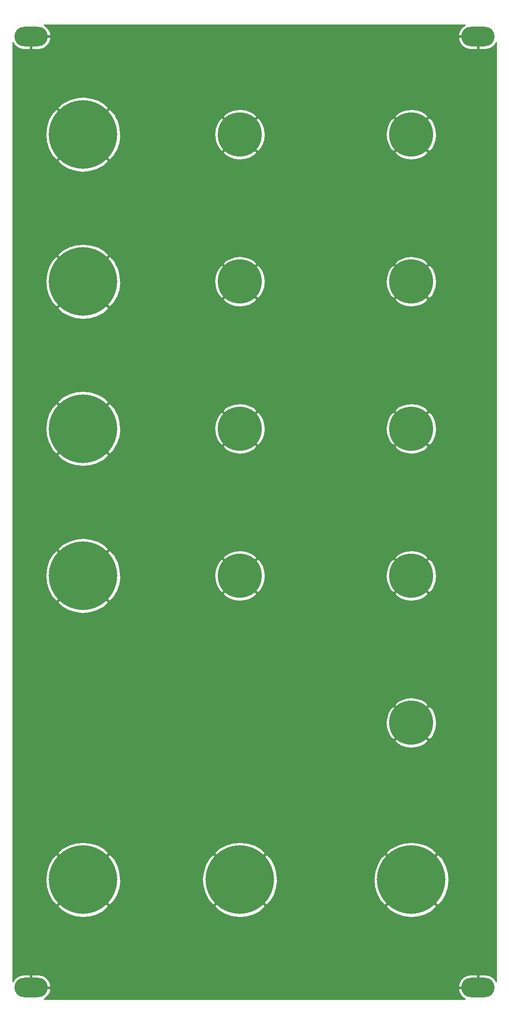
<source format=gbr>
%TF.GenerationSoftware,KiCad,Pcbnew,5.1.6-c6e7f7d~87~ubuntu20.04.1*%
%TF.CreationDate,2020-10-18T18:02:39-04:00*%
%TF.ProjectId,stereo_outs_panel,73746572-656f-45f6-9f75-74735f70616e,rev?*%
%TF.SameCoordinates,Original*%
%TF.FileFunction,Copper,L1,Top*%
%TF.FilePolarity,Positive*%
%FSLAX46Y46*%
G04 Gerber Fmt 4.6, Leading zero omitted, Abs format (unit mm)*
G04 Created by KiCad (PCBNEW 5.1.6-c6e7f7d~87~ubuntu20.04.1) date 2020-10-18 18:02:39*
%MOMM*%
%LPD*%
G01*
G04 APERTURE LIST*
%TA.AperFunction,ComponentPad*%
%ADD10O,6.800000X4.000000*%
%TD*%
%TA.AperFunction,ComponentPad*%
%ADD11C,9.000000*%
%TD*%
%TA.AperFunction,ComponentPad*%
%ADD12C,14.000000*%
%TD*%
%TA.AperFunction,Conductor*%
%ADD13C,0.254000*%
%TD*%
G04 APERTURE END LIST*
D10*
%TO.P,H20,1*%
%TO.N,GND*%
X145600000Y-23000000D03*
%TD*%
%TO.P,H19,1*%
%TO.N,GND*%
X145600000Y-217000000D03*
%TD*%
%TO.P,H18,1*%
%TO.N,GND*%
X54400000Y-23000000D03*
%TD*%
%TO.P,H17,1*%
%TO.N,GND*%
X54400000Y-217000000D03*
%TD*%
D11*
%TO.P,H16,1*%
%TO.N,GND*%
X132000000Y-163000000D03*
%TD*%
%TO.P,H15,1*%
%TO.N,GND*%
X132000000Y-133000000D03*
%TD*%
%TO.P,H14,1*%
%TO.N,GND*%
X97000000Y-43000000D03*
%TD*%
%TO.P,H13,1*%
%TO.N,GND*%
X132000000Y-43000000D03*
%TD*%
%TO.P,H12,1*%
%TO.N,GND*%
X97000000Y-73000000D03*
%TD*%
%TO.P,H11,1*%
%TO.N,GND*%
X97000000Y-103000000D03*
%TD*%
%TO.P,H10,1*%
%TO.N,GND*%
X132000000Y-73000000D03*
%TD*%
%TO.P,H9,1*%
%TO.N,GND*%
X132000000Y-103000000D03*
%TD*%
%TO.P,H8,1*%
%TO.N,GND*%
X97000000Y-133000000D03*
%TD*%
D12*
%TO.P,H7,1*%
%TO.N,GND*%
X132000000Y-195000000D03*
%TD*%
%TO.P,H6,1*%
%TO.N,GND*%
X97000000Y-195000000D03*
%TD*%
%TO.P,H5,1*%
%TO.N,GND*%
X65000000Y-195000000D03*
%TD*%
%TO.P,H4,1*%
%TO.N,GND*%
X65000000Y-133000000D03*
%TD*%
%TO.P,H3,1*%
%TO.N,GND*%
X65000000Y-103000000D03*
%TD*%
%TO.P,H2,1*%
%TO.N,GND*%
X65000000Y-73000000D03*
%TD*%
%TO.P,H1,1*%
%TO.N,GND*%
X65000000Y-43000000D03*
%TD*%
D13*
%TO.N,GND*%
G36*
X142630475Y-20879635D02*
G01*
X142246970Y-21226576D01*
X141938519Y-21641669D01*
X141716975Y-22108962D01*
X141620333Y-22462838D01*
X141727009Y-22873000D01*
X145473000Y-22873000D01*
X145473000Y-22853000D01*
X145727000Y-22853000D01*
X145727000Y-22873000D01*
X145747000Y-22873000D01*
X145747000Y-23127000D01*
X145727000Y-23127000D01*
X145727000Y-25635000D01*
X147127000Y-25635000D01*
X147638623Y-25559593D01*
X148125704Y-25385822D01*
X148569525Y-25120365D01*
X148953030Y-24773424D01*
X149261481Y-24358331D01*
X149340000Y-24192714D01*
X149340001Y-215807288D01*
X149261481Y-215641669D01*
X148953030Y-215226576D01*
X148569525Y-214879635D01*
X148125704Y-214614178D01*
X147638623Y-214440407D01*
X147127000Y-214365000D01*
X145727000Y-214365000D01*
X145727000Y-216873000D01*
X145747000Y-216873000D01*
X145747000Y-217127000D01*
X145727000Y-217127000D01*
X145727000Y-217147000D01*
X145473000Y-217147000D01*
X145473000Y-217127000D01*
X141727009Y-217127000D01*
X141620333Y-217537162D01*
X141716975Y-217891038D01*
X141938519Y-218358331D01*
X142246970Y-218773424D01*
X142630475Y-219120365D01*
X142997686Y-219340000D01*
X57002314Y-219340000D01*
X57369525Y-219120365D01*
X57753030Y-218773424D01*
X58061481Y-218358331D01*
X58283025Y-217891038D01*
X58379667Y-217537162D01*
X58272991Y-217127000D01*
X54527000Y-217127000D01*
X54527000Y-217147000D01*
X54273000Y-217147000D01*
X54273000Y-217127000D01*
X54253000Y-217127000D01*
X54253000Y-216873000D01*
X54273000Y-216873000D01*
X54273000Y-214365000D01*
X54527000Y-214365000D01*
X54527000Y-216873000D01*
X58272991Y-216873000D01*
X58379667Y-216462838D01*
X141620333Y-216462838D01*
X141727009Y-216873000D01*
X145473000Y-216873000D01*
X145473000Y-214365000D01*
X144073000Y-214365000D01*
X143561377Y-214440407D01*
X143074296Y-214614178D01*
X142630475Y-214879635D01*
X142246970Y-215226576D01*
X141938519Y-215641669D01*
X141716975Y-216108962D01*
X141620333Y-216462838D01*
X58379667Y-216462838D01*
X58283025Y-216108962D01*
X58061481Y-215641669D01*
X57753030Y-215226576D01*
X57369525Y-214879635D01*
X56925704Y-214614178D01*
X56438623Y-214440407D01*
X55927000Y-214365000D01*
X54527000Y-214365000D01*
X54273000Y-214365000D01*
X52873000Y-214365000D01*
X52361377Y-214440407D01*
X51874296Y-214614178D01*
X51430475Y-214879635D01*
X51046970Y-215226576D01*
X50738519Y-215641669D01*
X50660000Y-215807286D01*
X50660000Y-200401674D01*
X59777932Y-200401674D01*
X60593908Y-201280530D01*
X61903840Y-202019437D01*
X63332756Y-202488591D01*
X64825743Y-202669963D01*
X66325428Y-202556583D01*
X67774176Y-202152807D01*
X69116314Y-201474153D01*
X69406092Y-201280530D01*
X70222068Y-200401674D01*
X91777932Y-200401674D01*
X92593908Y-201280530D01*
X93903840Y-202019437D01*
X95332756Y-202488591D01*
X96825743Y-202669963D01*
X98325428Y-202556583D01*
X99774176Y-202152807D01*
X101116314Y-201474153D01*
X101406092Y-201280530D01*
X102222068Y-200401674D01*
X126777932Y-200401674D01*
X127593908Y-201280530D01*
X128903840Y-202019437D01*
X130332756Y-202488591D01*
X131825743Y-202669963D01*
X133325428Y-202556583D01*
X134774176Y-202152807D01*
X136116314Y-201474153D01*
X136406092Y-201280530D01*
X137222068Y-200401674D01*
X132000000Y-195179605D01*
X126777932Y-200401674D01*
X102222068Y-200401674D01*
X97000000Y-195179605D01*
X91777932Y-200401674D01*
X70222068Y-200401674D01*
X65000000Y-195179605D01*
X59777932Y-200401674D01*
X50660000Y-200401674D01*
X50660000Y-194825743D01*
X57330037Y-194825743D01*
X57443417Y-196325428D01*
X57847193Y-197774176D01*
X58525847Y-199116314D01*
X58719470Y-199406092D01*
X59598326Y-200222068D01*
X64820395Y-195000000D01*
X65179605Y-195000000D01*
X70401674Y-200222068D01*
X71280530Y-199406092D01*
X72019437Y-198096160D01*
X72488591Y-196667244D01*
X72669963Y-195174257D01*
X72643615Y-194825743D01*
X89330037Y-194825743D01*
X89443417Y-196325428D01*
X89847193Y-197774176D01*
X90525847Y-199116314D01*
X90719470Y-199406092D01*
X91598326Y-200222068D01*
X96820395Y-195000000D01*
X97179605Y-195000000D01*
X102401674Y-200222068D01*
X103280530Y-199406092D01*
X104019437Y-198096160D01*
X104488591Y-196667244D01*
X104669963Y-195174257D01*
X104643615Y-194825743D01*
X124330037Y-194825743D01*
X124443417Y-196325428D01*
X124847193Y-197774176D01*
X125525847Y-199116314D01*
X125719470Y-199406092D01*
X126598326Y-200222068D01*
X131820395Y-195000000D01*
X132179605Y-195000000D01*
X137401674Y-200222068D01*
X138280530Y-199406092D01*
X139019437Y-198096160D01*
X139488591Y-196667244D01*
X139669963Y-195174257D01*
X139556583Y-193674572D01*
X139152807Y-192225824D01*
X138474153Y-190883686D01*
X138280530Y-190593908D01*
X137401674Y-189777932D01*
X132179605Y-195000000D01*
X131820395Y-195000000D01*
X126598326Y-189777932D01*
X125719470Y-190593908D01*
X124980563Y-191903840D01*
X124511409Y-193332756D01*
X124330037Y-194825743D01*
X104643615Y-194825743D01*
X104556583Y-193674572D01*
X104152807Y-192225824D01*
X103474153Y-190883686D01*
X103280530Y-190593908D01*
X102401674Y-189777932D01*
X97179605Y-195000000D01*
X96820395Y-195000000D01*
X91598326Y-189777932D01*
X90719470Y-190593908D01*
X89980563Y-191903840D01*
X89511409Y-193332756D01*
X89330037Y-194825743D01*
X72643615Y-194825743D01*
X72556583Y-193674572D01*
X72152807Y-192225824D01*
X71474153Y-190883686D01*
X71280530Y-190593908D01*
X70401674Y-189777932D01*
X65179605Y-195000000D01*
X64820395Y-195000000D01*
X59598326Y-189777932D01*
X58719470Y-190593908D01*
X57980563Y-191903840D01*
X57511409Y-193332756D01*
X57330037Y-194825743D01*
X50660000Y-194825743D01*
X50660000Y-189598326D01*
X59777932Y-189598326D01*
X65000000Y-194820395D01*
X70222068Y-189598326D01*
X91777932Y-189598326D01*
X97000000Y-194820395D01*
X102222068Y-189598326D01*
X126777932Y-189598326D01*
X132000000Y-194820395D01*
X137222068Y-189598326D01*
X136406092Y-188719470D01*
X135096160Y-187980563D01*
X133667244Y-187511409D01*
X132174257Y-187330037D01*
X130674572Y-187443417D01*
X129225824Y-187847193D01*
X127883686Y-188525847D01*
X127593908Y-188719470D01*
X126777932Y-189598326D01*
X102222068Y-189598326D01*
X101406092Y-188719470D01*
X100096160Y-187980563D01*
X98667244Y-187511409D01*
X97174257Y-187330037D01*
X95674572Y-187443417D01*
X94225824Y-187847193D01*
X92883686Y-188525847D01*
X92593908Y-188719470D01*
X91777932Y-189598326D01*
X70222068Y-189598326D01*
X69406092Y-188719470D01*
X68096160Y-187980563D01*
X66667244Y-187511409D01*
X65174257Y-187330037D01*
X63674572Y-187443417D01*
X62225824Y-187847193D01*
X60883686Y-188525847D01*
X60593908Y-188719470D01*
X59777932Y-189598326D01*
X50660000Y-189598326D01*
X50660000Y-166624971D01*
X128554634Y-166624971D01*
X129070783Y-167247788D01*
X129955768Y-167737630D01*
X130919314Y-168045407D01*
X131924389Y-168159293D01*
X132932370Y-168074910D01*
X133904520Y-167795501D01*
X134803481Y-167331803D01*
X134929217Y-167247788D01*
X135445366Y-166624971D01*
X132000000Y-163179605D01*
X128554634Y-166624971D01*
X50660000Y-166624971D01*
X50660000Y-162924389D01*
X126840707Y-162924389D01*
X126925090Y-163932370D01*
X127204499Y-164904520D01*
X127668197Y-165803481D01*
X127752212Y-165929217D01*
X128375029Y-166445366D01*
X131820395Y-163000000D01*
X132179605Y-163000000D01*
X135624971Y-166445366D01*
X136247788Y-165929217D01*
X136737630Y-165044232D01*
X137045407Y-164080686D01*
X137159293Y-163075611D01*
X137074910Y-162067630D01*
X136795501Y-161095480D01*
X136331803Y-160196519D01*
X136247788Y-160070783D01*
X135624971Y-159554634D01*
X132179605Y-163000000D01*
X131820395Y-163000000D01*
X128375029Y-159554634D01*
X127752212Y-160070783D01*
X127262370Y-160955768D01*
X126954593Y-161919314D01*
X126840707Y-162924389D01*
X50660000Y-162924389D01*
X50660000Y-159375029D01*
X128554634Y-159375029D01*
X132000000Y-162820395D01*
X135445366Y-159375029D01*
X134929217Y-158752212D01*
X134044232Y-158262370D01*
X133080686Y-157954593D01*
X132075611Y-157840707D01*
X131067630Y-157925090D01*
X130095480Y-158204499D01*
X129196519Y-158668197D01*
X129070783Y-158752212D01*
X128554634Y-159375029D01*
X50660000Y-159375029D01*
X50660000Y-138401674D01*
X59777932Y-138401674D01*
X60593908Y-139280530D01*
X61903840Y-140019437D01*
X63332756Y-140488591D01*
X64825743Y-140669963D01*
X66325428Y-140556583D01*
X67774176Y-140152807D01*
X69116314Y-139474153D01*
X69406092Y-139280530D01*
X70222068Y-138401674D01*
X65000000Y-133179605D01*
X59777932Y-138401674D01*
X50660000Y-138401674D01*
X50660000Y-132825743D01*
X57330037Y-132825743D01*
X57443417Y-134325428D01*
X57847193Y-135774176D01*
X58525847Y-137116314D01*
X58719470Y-137406092D01*
X59598326Y-138222068D01*
X64820395Y-133000000D01*
X65179605Y-133000000D01*
X70401674Y-138222068D01*
X71280530Y-137406092D01*
X71721145Y-136624971D01*
X93554634Y-136624971D01*
X94070783Y-137247788D01*
X94955768Y-137737630D01*
X95919314Y-138045407D01*
X96924389Y-138159293D01*
X97932370Y-138074910D01*
X98904520Y-137795501D01*
X99803481Y-137331803D01*
X99929217Y-137247788D01*
X100445366Y-136624971D01*
X128554634Y-136624971D01*
X129070783Y-137247788D01*
X129955768Y-137737630D01*
X130919314Y-138045407D01*
X131924389Y-138159293D01*
X132932370Y-138074910D01*
X133904520Y-137795501D01*
X134803481Y-137331803D01*
X134929217Y-137247788D01*
X135445366Y-136624971D01*
X132000000Y-133179605D01*
X128554634Y-136624971D01*
X100445366Y-136624971D01*
X97000000Y-133179605D01*
X93554634Y-136624971D01*
X71721145Y-136624971D01*
X72019437Y-136096160D01*
X72488591Y-134667244D01*
X72669963Y-133174257D01*
X72651073Y-132924389D01*
X91840707Y-132924389D01*
X91925090Y-133932370D01*
X92204499Y-134904520D01*
X92668197Y-135803481D01*
X92752212Y-135929217D01*
X93375029Y-136445366D01*
X96820395Y-133000000D01*
X97179605Y-133000000D01*
X100624971Y-136445366D01*
X101247788Y-135929217D01*
X101737630Y-135044232D01*
X102045407Y-134080686D01*
X102159293Y-133075611D01*
X102146634Y-132924389D01*
X126840707Y-132924389D01*
X126925090Y-133932370D01*
X127204499Y-134904520D01*
X127668197Y-135803481D01*
X127752212Y-135929217D01*
X128375029Y-136445366D01*
X131820395Y-133000000D01*
X132179605Y-133000000D01*
X135624971Y-136445366D01*
X136247788Y-135929217D01*
X136737630Y-135044232D01*
X137045407Y-134080686D01*
X137159293Y-133075611D01*
X137074910Y-132067630D01*
X136795501Y-131095480D01*
X136331803Y-130196519D01*
X136247788Y-130070783D01*
X135624971Y-129554634D01*
X132179605Y-133000000D01*
X131820395Y-133000000D01*
X128375029Y-129554634D01*
X127752212Y-130070783D01*
X127262370Y-130955768D01*
X126954593Y-131919314D01*
X126840707Y-132924389D01*
X102146634Y-132924389D01*
X102074910Y-132067630D01*
X101795501Y-131095480D01*
X101331803Y-130196519D01*
X101247788Y-130070783D01*
X100624971Y-129554634D01*
X97179605Y-133000000D01*
X96820395Y-133000000D01*
X93375029Y-129554634D01*
X92752212Y-130070783D01*
X92262370Y-130955768D01*
X91954593Y-131919314D01*
X91840707Y-132924389D01*
X72651073Y-132924389D01*
X72556583Y-131674572D01*
X72152807Y-130225824D01*
X71722602Y-129375029D01*
X93554634Y-129375029D01*
X97000000Y-132820395D01*
X100445366Y-129375029D01*
X128554634Y-129375029D01*
X132000000Y-132820395D01*
X135445366Y-129375029D01*
X134929217Y-128752212D01*
X134044232Y-128262370D01*
X133080686Y-127954593D01*
X132075611Y-127840707D01*
X131067630Y-127925090D01*
X130095480Y-128204499D01*
X129196519Y-128668197D01*
X129070783Y-128752212D01*
X128554634Y-129375029D01*
X100445366Y-129375029D01*
X99929217Y-128752212D01*
X99044232Y-128262370D01*
X98080686Y-127954593D01*
X97075611Y-127840707D01*
X96067630Y-127925090D01*
X95095480Y-128204499D01*
X94196519Y-128668197D01*
X94070783Y-128752212D01*
X93554634Y-129375029D01*
X71722602Y-129375029D01*
X71474153Y-128883686D01*
X71280530Y-128593908D01*
X70401674Y-127777932D01*
X65179605Y-133000000D01*
X64820395Y-133000000D01*
X59598326Y-127777932D01*
X58719470Y-128593908D01*
X57980563Y-129903840D01*
X57511409Y-131332756D01*
X57330037Y-132825743D01*
X50660000Y-132825743D01*
X50660000Y-127598326D01*
X59777932Y-127598326D01*
X65000000Y-132820395D01*
X70222068Y-127598326D01*
X69406092Y-126719470D01*
X68096160Y-125980563D01*
X66667244Y-125511409D01*
X65174257Y-125330037D01*
X63674572Y-125443417D01*
X62225824Y-125847193D01*
X60883686Y-126525847D01*
X60593908Y-126719470D01*
X59777932Y-127598326D01*
X50660000Y-127598326D01*
X50660000Y-108401674D01*
X59777932Y-108401674D01*
X60593908Y-109280530D01*
X61903840Y-110019437D01*
X63332756Y-110488591D01*
X64825743Y-110669963D01*
X66325428Y-110556583D01*
X67774176Y-110152807D01*
X69116314Y-109474153D01*
X69406092Y-109280530D01*
X70222068Y-108401674D01*
X65000000Y-103179605D01*
X59777932Y-108401674D01*
X50660000Y-108401674D01*
X50660000Y-102825743D01*
X57330037Y-102825743D01*
X57443417Y-104325428D01*
X57847193Y-105774176D01*
X58525847Y-107116314D01*
X58719470Y-107406092D01*
X59598326Y-108222068D01*
X64820395Y-103000000D01*
X65179605Y-103000000D01*
X70401674Y-108222068D01*
X71280530Y-107406092D01*
X71721145Y-106624971D01*
X93554634Y-106624971D01*
X94070783Y-107247788D01*
X94955768Y-107737630D01*
X95919314Y-108045407D01*
X96924389Y-108159293D01*
X97932370Y-108074910D01*
X98904520Y-107795501D01*
X99803481Y-107331803D01*
X99929217Y-107247788D01*
X100445366Y-106624971D01*
X128554634Y-106624971D01*
X129070783Y-107247788D01*
X129955768Y-107737630D01*
X130919314Y-108045407D01*
X131924389Y-108159293D01*
X132932370Y-108074910D01*
X133904520Y-107795501D01*
X134803481Y-107331803D01*
X134929217Y-107247788D01*
X135445366Y-106624971D01*
X132000000Y-103179605D01*
X128554634Y-106624971D01*
X100445366Y-106624971D01*
X97000000Y-103179605D01*
X93554634Y-106624971D01*
X71721145Y-106624971D01*
X72019437Y-106096160D01*
X72488591Y-104667244D01*
X72669963Y-103174257D01*
X72651073Y-102924389D01*
X91840707Y-102924389D01*
X91925090Y-103932370D01*
X92204499Y-104904520D01*
X92668197Y-105803481D01*
X92752212Y-105929217D01*
X93375029Y-106445366D01*
X96820395Y-103000000D01*
X97179605Y-103000000D01*
X100624971Y-106445366D01*
X101247788Y-105929217D01*
X101737630Y-105044232D01*
X102045407Y-104080686D01*
X102159293Y-103075611D01*
X102146634Y-102924389D01*
X126840707Y-102924389D01*
X126925090Y-103932370D01*
X127204499Y-104904520D01*
X127668197Y-105803481D01*
X127752212Y-105929217D01*
X128375029Y-106445366D01*
X131820395Y-103000000D01*
X132179605Y-103000000D01*
X135624971Y-106445366D01*
X136247788Y-105929217D01*
X136737630Y-105044232D01*
X137045407Y-104080686D01*
X137159293Y-103075611D01*
X137074910Y-102067630D01*
X136795501Y-101095480D01*
X136331803Y-100196519D01*
X136247788Y-100070783D01*
X135624971Y-99554634D01*
X132179605Y-103000000D01*
X131820395Y-103000000D01*
X128375029Y-99554634D01*
X127752212Y-100070783D01*
X127262370Y-100955768D01*
X126954593Y-101919314D01*
X126840707Y-102924389D01*
X102146634Y-102924389D01*
X102074910Y-102067630D01*
X101795501Y-101095480D01*
X101331803Y-100196519D01*
X101247788Y-100070783D01*
X100624971Y-99554634D01*
X97179605Y-103000000D01*
X96820395Y-103000000D01*
X93375029Y-99554634D01*
X92752212Y-100070783D01*
X92262370Y-100955768D01*
X91954593Y-101919314D01*
X91840707Y-102924389D01*
X72651073Y-102924389D01*
X72556583Y-101674572D01*
X72152807Y-100225824D01*
X71722602Y-99375029D01*
X93554634Y-99375029D01*
X97000000Y-102820395D01*
X100445366Y-99375029D01*
X128554634Y-99375029D01*
X132000000Y-102820395D01*
X135445366Y-99375029D01*
X134929217Y-98752212D01*
X134044232Y-98262370D01*
X133080686Y-97954593D01*
X132075611Y-97840707D01*
X131067630Y-97925090D01*
X130095480Y-98204499D01*
X129196519Y-98668197D01*
X129070783Y-98752212D01*
X128554634Y-99375029D01*
X100445366Y-99375029D01*
X99929217Y-98752212D01*
X99044232Y-98262370D01*
X98080686Y-97954593D01*
X97075611Y-97840707D01*
X96067630Y-97925090D01*
X95095480Y-98204499D01*
X94196519Y-98668197D01*
X94070783Y-98752212D01*
X93554634Y-99375029D01*
X71722602Y-99375029D01*
X71474153Y-98883686D01*
X71280530Y-98593908D01*
X70401674Y-97777932D01*
X65179605Y-103000000D01*
X64820395Y-103000000D01*
X59598326Y-97777932D01*
X58719470Y-98593908D01*
X57980563Y-99903840D01*
X57511409Y-101332756D01*
X57330037Y-102825743D01*
X50660000Y-102825743D01*
X50660000Y-97598326D01*
X59777932Y-97598326D01*
X65000000Y-102820395D01*
X70222068Y-97598326D01*
X69406092Y-96719470D01*
X68096160Y-95980563D01*
X66667244Y-95511409D01*
X65174257Y-95330037D01*
X63674572Y-95443417D01*
X62225824Y-95847193D01*
X60883686Y-96525847D01*
X60593908Y-96719470D01*
X59777932Y-97598326D01*
X50660000Y-97598326D01*
X50660000Y-78401674D01*
X59777932Y-78401674D01*
X60593908Y-79280530D01*
X61903840Y-80019437D01*
X63332756Y-80488591D01*
X64825743Y-80669963D01*
X66325428Y-80556583D01*
X67774176Y-80152807D01*
X69116314Y-79474153D01*
X69406092Y-79280530D01*
X70222068Y-78401674D01*
X65000000Y-73179605D01*
X59777932Y-78401674D01*
X50660000Y-78401674D01*
X50660000Y-72825743D01*
X57330037Y-72825743D01*
X57443417Y-74325428D01*
X57847193Y-75774176D01*
X58525847Y-77116314D01*
X58719470Y-77406092D01*
X59598326Y-78222068D01*
X64820395Y-73000000D01*
X65179605Y-73000000D01*
X70401674Y-78222068D01*
X71280530Y-77406092D01*
X71721145Y-76624971D01*
X93554634Y-76624971D01*
X94070783Y-77247788D01*
X94955768Y-77737630D01*
X95919314Y-78045407D01*
X96924389Y-78159293D01*
X97932370Y-78074910D01*
X98904520Y-77795501D01*
X99803481Y-77331803D01*
X99929217Y-77247788D01*
X100445366Y-76624971D01*
X128554634Y-76624971D01*
X129070783Y-77247788D01*
X129955768Y-77737630D01*
X130919314Y-78045407D01*
X131924389Y-78159293D01*
X132932370Y-78074910D01*
X133904520Y-77795501D01*
X134803481Y-77331803D01*
X134929217Y-77247788D01*
X135445366Y-76624971D01*
X132000000Y-73179605D01*
X128554634Y-76624971D01*
X100445366Y-76624971D01*
X97000000Y-73179605D01*
X93554634Y-76624971D01*
X71721145Y-76624971D01*
X72019437Y-76096160D01*
X72488591Y-74667244D01*
X72669963Y-73174257D01*
X72651073Y-72924389D01*
X91840707Y-72924389D01*
X91925090Y-73932370D01*
X92204499Y-74904520D01*
X92668197Y-75803481D01*
X92752212Y-75929217D01*
X93375029Y-76445366D01*
X96820395Y-73000000D01*
X97179605Y-73000000D01*
X100624971Y-76445366D01*
X101247788Y-75929217D01*
X101737630Y-75044232D01*
X102045407Y-74080686D01*
X102159293Y-73075611D01*
X102146634Y-72924389D01*
X126840707Y-72924389D01*
X126925090Y-73932370D01*
X127204499Y-74904520D01*
X127668197Y-75803481D01*
X127752212Y-75929217D01*
X128375029Y-76445366D01*
X131820395Y-73000000D01*
X132179605Y-73000000D01*
X135624971Y-76445366D01*
X136247788Y-75929217D01*
X136737630Y-75044232D01*
X137045407Y-74080686D01*
X137159293Y-73075611D01*
X137074910Y-72067630D01*
X136795501Y-71095480D01*
X136331803Y-70196519D01*
X136247788Y-70070783D01*
X135624971Y-69554634D01*
X132179605Y-73000000D01*
X131820395Y-73000000D01*
X128375029Y-69554634D01*
X127752212Y-70070783D01*
X127262370Y-70955768D01*
X126954593Y-71919314D01*
X126840707Y-72924389D01*
X102146634Y-72924389D01*
X102074910Y-72067630D01*
X101795501Y-71095480D01*
X101331803Y-70196519D01*
X101247788Y-70070783D01*
X100624971Y-69554634D01*
X97179605Y-73000000D01*
X96820395Y-73000000D01*
X93375029Y-69554634D01*
X92752212Y-70070783D01*
X92262370Y-70955768D01*
X91954593Y-71919314D01*
X91840707Y-72924389D01*
X72651073Y-72924389D01*
X72556583Y-71674572D01*
X72152807Y-70225824D01*
X71722602Y-69375029D01*
X93554634Y-69375029D01*
X97000000Y-72820395D01*
X100445366Y-69375029D01*
X128554634Y-69375029D01*
X132000000Y-72820395D01*
X135445366Y-69375029D01*
X134929217Y-68752212D01*
X134044232Y-68262370D01*
X133080686Y-67954593D01*
X132075611Y-67840707D01*
X131067630Y-67925090D01*
X130095480Y-68204499D01*
X129196519Y-68668197D01*
X129070783Y-68752212D01*
X128554634Y-69375029D01*
X100445366Y-69375029D01*
X99929217Y-68752212D01*
X99044232Y-68262370D01*
X98080686Y-67954593D01*
X97075611Y-67840707D01*
X96067630Y-67925090D01*
X95095480Y-68204499D01*
X94196519Y-68668197D01*
X94070783Y-68752212D01*
X93554634Y-69375029D01*
X71722602Y-69375029D01*
X71474153Y-68883686D01*
X71280530Y-68593908D01*
X70401674Y-67777932D01*
X65179605Y-73000000D01*
X64820395Y-73000000D01*
X59598326Y-67777932D01*
X58719470Y-68593908D01*
X57980563Y-69903840D01*
X57511409Y-71332756D01*
X57330037Y-72825743D01*
X50660000Y-72825743D01*
X50660000Y-67598326D01*
X59777932Y-67598326D01*
X65000000Y-72820395D01*
X70222068Y-67598326D01*
X69406092Y-66719470D01*
X68096160Y-65980563D01*
X66667244Y-65511409D01*
X65174257Y-65330037D01*
X63674572Y-65443417D01*
X62225824Y-65847193D01*
X60883686Y-66525847D01*
X60593908Y-66719470D01*
X59777932Y-67598326D01*
X50660000Y-67598326D01*
X50660000Y-48401674D01*
X59777932Y-48401674D01*
X60593908Y-49280530D01*
X61903840Y-50019437D01*
X63332756Y-50488591D01*
X64825743Y-50669963D01*
X66325428Y-50556583D01*
X67774176Y-50152807D01*
X69116314Y-49474153D01*
X69406092Y-49280530D01*
X70222068Y-48401674D01*
X65000000Y-43179605D01*
X59777932Y-48401674D01*
X50660000Y-48401674D01*
X50660000Y-42825743D01*
X57330037Y-42825743D01*
X57443417Y-44325428D01*
X57847193Y-45774176D01*
X58525847Y-47116314D01*
X58719470Y-47406092D01*
X59598326Y-48222068D01*
X64820395Y-43000000D01*
X65179605Y-43000000D01*
X70401674Y-48222068D01*
X71280530Y-47406092D01*
X71721145Y-46624971D01*
X93554634Y-46624971D01*
X94070783Y-47247788D01*
X94955768Y-47737630D01*
X95919314Y-48045407D01*
X96924389Y-48159293D01*
X97932370Y-48074910D01*
X98904520Y-47795501D01*
X99803481Y-47331803D01*
X99929217Y-47247788D01*
X100445366Y-46624971D01*
X128554634Y-46624971D01*
X129070783Y-47247788D01*
X129955768Y-47737630D01*
X130919314Y-48045407D01*
X131924389Y-48159293D01*
X132932370Y-48074910D01*
X133904520Y-47795501D01*
X134803481Y-47331803D01*
X134929217Y-47247788D01*
X135445366Y-46624971D01*
X132000000Y-43179605D01*
X128554634Y-46624971D01*
X100445366Y-46624971D01*
X97000000Y-43179605D01*
X93554634Y-46624971D01*
X71721145Y-46624971D01*
X72019437Y-46096160D01*
X72488591Y-44667244D01*
X72669963Y-43174257D01*
X72651073Y-42924389D01*
X91840707Y-42924389D01*
X91925090Y-43932370D01*
X92204499Y-44904520D01*
X92668197Y-45803481D01*
X92752212Y-45929217D01*
X93375029Y-46445366D01*
X96820395Y-43000000D01*
X97179605Y-43000000D01*
X100624971Y-46445366D01*
X101247788Y-45929217D01*
X101737630Y-45044232D01*
X102045407Y-44080686D01*
X102159293Y-43075611D01*
X102146634Y-42924389D01*
X126840707Y-42924389D01*
X126925090Y-43932370D01*
X127204499Y-44904520D01*
X127668197Y-45803481D01*
X127752212Y-45929217D01*
X128375029Y-46445366D01*
X131820395Y-43000000D01*
X132179605Y-43000000D01*
X135624971Y-46445366D01*
X136247788Y-45929217D01*
X136737630Y-45044232D01*
X137045407Y-44080686D01*
X137159293Y-43075611D01*
X137074910Y-42067630D01*
X136795501Y-41095480D01*
X136331803Y-40196519D01*
X136247788Y-40070783D01*
X135624971Y-39554634D01*
X132179605Y-43000000D01*
X131820395Y-43000000D01*
X128375029Y-39554634D01*
X127752212Y-40070783D01*
X127262370Y-40955768D01*
X126954593Y-41919314D01*
X126840707Y-42924389D01*
X102146634Y-42924389D01*
X102074910Y-42067630D01*
X101795501Y-41095480D01*
X101331803Y-40196519D01*
X101247788Y-40070783D01*
X100624971Y-39554634D01*
X97179605Y-43000000D01*
X96820395Y-43000000D01*
X93375029Y-39554634D01*
X92752212Y-40070783D01*
X92262370Y-40955768D01*
X91954593Y-41919314D01*
X91840707Y-42924389D01*
X72651073Y-42924389D01*
X72556583Y-41674572D01*
X72152807Y-40225824D01*
X71722602Y-39375029D01*
X93554634Y-39375029D01*
X97000000Y-42820395D01*
X100445366Y-39375029D01*
X128554634Y-39375029D01*
X132000000Y-42820395D01*
X135445366Y-39375029D01*
X134929217Y-38752212D01*
X134044232Y-38262370D01*
X133080686Y-37954593D01*
X132075611Y-37840707D01*
X131067630Y-37925090D01*
X130095480Y-38204499D01*
X129196519Y-38668197D01*
X129070783Y-38752212D01*
X128554634Y-39375029D01*
X100445366Y-39375029D01*
X99929217Y-38752212D01*
X99044232Y-38262370D01*
X98080686Y-37954593D01*
X97075611Y-37840707D01*
X96067630Y-37925090D01*
X95095480Y-38204499D01*
X94196519Y-38668197D01*
X94070783Y-38752212D01*
X93554634Y-39375029D01*
X71722602Y-39375029D01*
X71474153Y-38883686D01*
X71280530Y-38593908D01*
X70401674Y-37777932D01*
X65179605Y-43000000D01*
X64820395Y-43000000D01*
X59598326Y-37777932D01*
X58719470Y-38593908D01*
X57980563Y-39903840D01*
X57511409Y-41332756D01*
X57330037Y-42825743D01*
X50660000Y-42825743D01*
X50660000Y-37598326D01*
X59777932Y-37598326D01*
X65000000Y-42820395D01*
X70222068Y-37598326D01*
X69406092Y-36719470D01*
X68096160Y-35980563D01*
X66667244Y-35511409D01*
X65174257Y-35330037D01*
X63674572Y-35443417D01*
X62225824Y-35847193D01*
X60883686Y-36525847D01*
X60593908Y-36719470D01*
X59777932Y-37598326D01*
X50660000Y-37598326D01*
X50660000Y-24192714D01*
X50738519Y-24358331D01*
X51046970Y-24773424D01*
X51430475Y-25120365D01*
X51874296Y-25385822D01*
X52361377Y-25559593D01*
X52873000Y-25635000D01*
X54273000Y-25635000D01*
X54273000Y-23127000D01*
X54527000Y-23127000D01*
X54527000Y-25635000D01*
X55927000Y-25635000D01*
X56438623Y-25559593D01*
X56925704Y-25385822D01*
X57369525Y-25120365D01*
X57753030Y-24773424D01*
X58061481Y-24358331D01*
X58283025Y-23891038D01*
X58379667Y-23537162D01*
X141620333Y-23537162D01*
X141716975Y-23891038D01*
X141938519Y-24358331D01*
X142246970Y-24773424D01*
X142630475Y-25120365D01*
X143074296Y-25385822D01*
X143561377Y-25559593D01*
X144073000Y-25635000D01*
X145473000Y-25635000D01*
X145473000Y-23127000D01*
X141727009Y-23127000D01*
X141620333Y-23537162D01*
X58379667Y-23537162D01*
X58272991Y-23127000D01*
X54527000Y-23127000D01*
X54273000Y-23127000D01*
X54253000Y-23127000D01*
X54253000Y-22873000D01*
X54273000Y-22873000D01*
X54273000Y-22853000D01*
X54527000Y-22853000D01*
X54527000Y-22873000D01*
X58272991Y-22873000D01*
X58379667Y-22462838D01*
X58283025Y-22108962D01*
X58061481Y-21641669D01*
X57753030Y-21226576D01*
X57369525Y-20879635D01*
X57002314Y-20660000D01*
X142997686Y-20660000D01*
X142630475Y-20879635D01*
G37*
X142630475Y-20879635D02*
X142246970Y-21226576D01*
X141938519Y-21641669D01*
X141716975Y-22108962D01*
X141620333Y-22462838D01*
X141727009Y-22873000D01*
X145473000Y-22873000D01*
X145473000Y-22853000D01*
X145727000Y-22853000D01*
X145727000Y-22873000D01*
X145747000Y-22873000D01*
X145747000Y-23127000D01*
X145727000Y-23127000D01*
X145727000Y-25635000D01*
X147127000Y-25635000D01*
X147638623Y-25559593D01*
X148125704Y-25385822D01*
X148569525Y-25120365D01*
X148953030Y-24773424D01*
X149261481Y-24358331D01*
X149340000Y-24192714D01*
X149340001Y-215807288D01*
X149261481Y-215641669D01*
X148953030Y-215226576D01*
X148569525Y-214879635D01*
X148125704Y-214614178D01*
X147638623Y-214440407D01*
X147127000Y-214365000D01*
X145727000Y-214365000D01*
X145727000Y-216873000D01*
X145747000Y-216873000D01*
X145747000Y-217127000D01*
X145727000Y-217127000D01*
X145727000Y-217147000D01*
X145473000Y-217147000D01*
X145473000Y-217127000D01*
X141727009Y-217127000D01*
X141620333Y-217537162D01*
X141716975Y-217891038D01*
X141938519Y-218358331D01*
X142246970Y-218773424D01*
X142630475Y-219120365D01*
X142997686Y-219340000D01*
X57002314Y-219340000D01*
X57369525Y-219120365D01*
X57753030Y-218773424D01*
X58061481Y-218358331D01*
X58283025Y-217891038D01*
X58379667Y-217537162D01*
X58272991Y-217127000D01*
X54527000Y-217127000D01*
X54527000Y-217147000D01*
X54273000Y-217147000D01*
X54273000Y-217127000D01*
X54253000Y-217127000D01*
X54253000Y-216873000D01*
X54273000Y-216873000D01*
X54273000Y-214365000D01*
X54527000Y-214365000D01*
X54527000Y-216873000D01*
X58272991Y-216873000D01*
X58379667Y-216462838D01*
X141620333Y-216462838D01*
X141727009Y-216873000D01*
X145473000Y-216873000D01*
X145473000Y-214365000D01*
X144073000Y-214365000D01*
X143561377Y-214440407D01*
X143074296Y-214614178D01*
X142630475Y-214879635D01*
X142246970Y-215226576D01*
X141938519Y-215641669D01*
X141716975Y-216108962D01*
X141620333Y-216462838D01*
X58379667Y-216462838D01*
X58283025Y-216108962D01*
X58061481Y-215641669D01*
X57753030Y-215226576D01*
X57369525Y-214879635D01*
X56925704Y-214614178D01*
X56438623Y-214440407D01*
X55927000Y-214365000D01*
X54527000Y-214365000D01*
X54273000Y-214365000D01*
X52873000Y-214365000D01*
X52361377Y-214440407D01*
X51874296Y-214614178D01*
X51430475Y-214879635D01*
X51046970Y-215226576D01*
X50738519Y-215641669D01*
X50660000Y-215807286D01*
X50660000Y-200401674D01*
X59777932Y-200401674D01*
X60593908Y-201280530D01*
X61903840Y-202019437D01*
X63332756Y-202488591D01*
X64825743Y-202669963D01*
X66325428Y-202556583D01*
X67774176Y-202152807D01*
X69116314Y-201474153D01*
X69406092Y-201280530D01*
X70222068Y-200401674D01*
X91777932Y-200401674D01*
X92593908Y-201280530D01*
X93903840Y-202019437D01*
X95332756Y-202488591D01*
X96825743Y-202669963D01*
X98325428Y-202556583D01*
X99774176Y-202152807D01*
X101116314Y-201474153D01*
X101406092Y-201280530D01*
X102222068Y-200401674D01*
X126777932Y-200401674D01*
X127593908Y-201280530D01*
X128903840Y-202019437D01*
X130332756Y-202488591D01*
X131825743Y-202669963D01*
X133325428Y-202556583D01*
X134774176Y-202152807D01*
X136116314Y-201474153D01*
X136406092Y-201280530D01*
X137222068Y-200401674D01*
X132000000Y-195179605D01*
X126777932Y-200401674D01*
X102222068Y-200401674D01*
X97000000Y-195179605D01*
X91777932Y-200401674D01*
X70222068Y-200401674D01*
X65000000Y-195179605D01*
X59777932Y-200401674D01*
X50660000Y-200401674D01*
X50660000Y-194825743D01*
X57330037Y-194825743D01*
X57443417Y-196325428D01*
X57847193Y-197774176D01*
X58525847Y-199116314D01*
X58719470Y-199406092D01*
X59598326Y-200222068D01*
X64820395Y-195000000D01*
X65179605Y-195000000D01*
X70401674Y-200222068D01*
X71280530Y-199406092D01*
X72019437Y-198096160D01*
X72488591Y-196667244D01*
X72669963Y-195174257D01*
X72643615Y-194825743D01*
X89330037Y-194825743D01*
X89443417Y-196325428D01*
X89847193Y-197774176D01*
X90525847Y-199116314D01*
X90719470Y-199406092D01*
X91598326Y-200222068D01*
X96820395Y-195000000D01*
X97179605Y-195000000D01*
X102401674Y-200222068D01*
X103280530Y-199406092D01*
X104019437Y-198096160D01*
X104488591Y-196667244D01*
X104669963Y-195174257D01*
X104643615Y-194825743D01*
X124330037Y-194825743D01*
X124443417Y-196325428D01*
X124847193Y-197774176D01*
X125525847Y-199116314D01*
X125719470Y-199406092D01*
X126598326Y-200222068D01*
X131820395Y-195000000D01*
X132179605Y-195000000D01*
X137401674Y-200222068D01*
X138280530Y-199406092D01*
X139019437Y-198096160D01*
X139488591Y-196667244D01*
X139669963Y-195174257D01*
X139556583Y-193674572D01*
X139152807Y-192225824D01*
X138474153Y-190883686D01*
X138280530Y-190593908D01*
X137401674Y-189777932D01*
X132179605Y-195000000D01*
X131820395Y-195000000D01*
X126598326Y-189777932D01*
X125719470Y-190593908D01*
X124980563Y-191903840D01*
X124511409Y-193332756D01*
X124330037Y-194825743D01*
X104643615Y-194825743D01*
X104556583Y-193674572D01*
X104152807Y-192225824D01*
X103474153Y-190883686D01*
X103280530Y-190593908D01*
X102401674Y-189777932D01*
X97179605Y-195000000D01*
X96820395Y-195000000D01*
X91598326Y-189777932D01*
X90719470Y-190593908D01*
X89980563Y-191903840D01*
X89511409Y-193332756D01*
X89330037Y-194825743D01*
X72643615Y-194825743D01*
X72556583Y-193674572D01*
X72152807Y-192225824D01*
X71474153Y-190883686D01*
X71280530Y-190593908D01*
X70401674Y-189777932D01*
X65179605Y-195000000D01*
X64820395Y-195000000D01*
X59598326Y-189777932D01*
X58719470Y-190593908D01*
X57980563Y-191903840D01*
X57511409Y-193332756D01*
X57330037Y-194825743D01*
X50660000Y-194825743D01*
X50660000Y-189598326D01*
X59777932Y-189598326D01*
X65000000Y-194820395D01*
X70222068Y-189598326D01*
X91777932Y-189598326D01*
X97000000Y-194820395D01*
X102222068Y-189598326D01*
X126777932Y-189598326D01*
X132000000Y-194820395D01*
X137222068Y-189598326D01*
X136406092Y-188719470D01*
X135096160Y-187980563D01*
X133667244Y-187511409D01*
X132174257Y-187330037D01*
X130674572Y-187443417D01*
X129225824Y-187847193D01*
X127883686Y-188525847D01*
X127593908Y-188719470D01*
X126777932Y-189598326D01*
X102222068Y-189598326D01*
X101406092Y-188719470D01*
X100096160Y-187980563D01*
X98667244Y-187511409D01*
X97174257Y-187330037D01*
X95674572Y-187443417D01*
X94225824Y-187847193D01*
X92883686Y-188525847D01*
X92593908Y-188719470D01*
X91777932Y-189598326D01*
X70222068Y-189598326D01*
X69406092Y-188719470D01*
X68096160Y-187980563D01*
X66667244Y-187511409D01*
X65174257Y-187330037D01*
X63674572Y-187443417D01*
X62225824Y-187847193D01*
X60883686Y-188525847D01*
X60593908Y-188719470D01*
X59777932Y-189598326D01*
X50660000Y-189598326D01*
X50660000Y-166624971D01*
X128554634Y-166624971D01*
X129070783Y-167247788D01*
X129955768Y-167737630D01*
X130919314Y-168045407D01*
X131924389Y-168159293D01*
X132932370Y-168074910D01*
X133904520Y-167795501D01*
X134803481Y-167331803D01*
X134929217Y-167247788D01*
X135445366Y-166624971D01*
X132000000Y-163179605D01*
X128554634Y-166624971D01*
X50660000Y-166624971D01*
X50660000Y-162924389D01*
X126840707Y-162924389D01*
X126925090Y-163932370D01*
X127204499Y-164904520D01*
X127668197Y-165803481D01*
X127752212Y-165929217D01*
X128375029Y-166445366D01*
X131820395Y-163000000D01*
X132179605Y-163000000D01*
X135624971Y-166445366D01*
X136247788Y-165929217D01*
X136737630Y-165044232D01*
X137045407Y-164080686D01*
X137159293Y-163075611D01*
X137074910Y-162067630D01*
X136795501Y-161095480D01*
X136331803Y-160196519D01*
X136247788Y-160070783D01*
X135624971Y-159554634D01*
X132179605Y-163000000D01*
X131820395Y-163000000D01*
X128375029Y-159554634D01*
X127752212Y-160070783D01*
X127262370Y-160955768D01*
X126954593Y-161919314D01*
X126840707Y-162924389D01*
X50660000Y-162924389D01*
X50660000Y-159375029D01*
X128554634Y-159375029D01*
X132000000Y-162820395D01*
X135445366Y-159375029D01*
X134929217Y-158752212D01*
X134044232Y-158262370D01*
X133080686Y-157954593D01*
X132075611Y-157840707D01*
X131067630Y-157925090D01*
X130095480Y-158204499D01*
X129196519Y-158668197D01*
X129070783Y-158752212D01*
X128554634Y-159375029D01*
X50660000Y-159375029D01*
X50660000Y-138401674D01*
X59777932Y-138401674D01*
X60593908Y-139280530D01*
X61903840Y-140019437D01*
X63332756Y-140488591D01*
X64825743Y-140669963D01*
X66325428Y-140556583D01*
X67774176Y-140152807D01*
X69116314Y-139474153D01*
X69406092Y-139280530D01*
X70222068Y-138401674D01*
X65000000Y-133179605D01*
X59777932Y-138401674D01*
X50660000Y-138401674D01*
X50660000Y-132825743D01*
X57330037Y-132825743D01*
X57443417Y-134325428D01*
X57847193Y-135774176D01*
X58525847Y-137116314D01*
X58719470Y-137406092D01*
X59598326Y-138222068D01*
X64820395Y-133000000D01*
X65179605Y-133000000D01*
X70401674Y-138222068D01*
X71280530Y-137406092D01*
X71721145Y-136624971D01*
X93554634Y-136624971D01*
X94070783Y-137247788D01*
X94955768Y-137737630D01*
X95919314Y-138045407D01*
X96924389Y-138159293D01*
X97932370Y-138074910D01*
X98904520Y-137795501D01*
X99803481Y-137331803D01*
X99929217Y-137247788D01*
X100445366Y-136624971D01*
X128554634Y-136624971D01*
X129070783Y-137247788D01*
X129955768Y-137737630D01*
X130919314Y-138045407D01*
X131924389Y-138159293D01*
X132932370Y-138074910D01*
X133904520Y-137795501D01*
X134803481Y-137331803D01*
X134929217Y-137247788D01*
X135445366Y-136624971D01*
X132000000Y-133179605D01*
X128554634Y-136624971D01*
X100445366Y-136624971D01*
X97000000Y-133179605D01*
X93554634Y-136624971D01*
X71721145Y-136624971D01*
X72019437Y-136096160D01*
X72488591Y-134667244D01*
X72669963Y-133174257D01*
X72651073Y-132924389D01*
X91840707Y-132924389D01*
X91925090Y-133932370D01*
X92204499Y-134904520D01*
X92668197Y-135803481D01*
X92752212Y-135929217D01*
X93375029Y-136445366D01*
X96820395Y-133000000D01*
X97179605Y-133000000D01*
X100624971Y-136445366D01*
X101247788Y-135929217D01*
X101737630Y-135044232D01*
X102045407Y-134080686D01*
X102159293Y-133075611D01*
X102146634Y-132924389D01*
X126840707Y-132924389D01*
X126925090Y-133932370D01*
X127204499Y-134904520D01*
X127668197Y-135803481D01*
X127752212Y-135929217D01*
X128375029Y-136445366D01*
X131820395Y-133000000D01*
X132179605Y-133000000D01*
X135624971Y-136445366D01*
X136247788Y-135929217D01*
X136737630Y-135044232D01*
X137045407Y-134080686D01*
X137159293Y-133075611D01*
X137074910Y-132067630D01*
X136795501Y-131095480D01*
X136331803Y-130196519D01*
X136247788Y-130070783D01*
X135624971Y-129554634D01*
X132179605Y-133000000D01*
X131820395Y-133000000D01*
X128375029Y-129554634D01*
X127752212Y-130070783D01*
X127262370Y-130955768D01*
X126954593Y-131919314D01*
X126840707Y-132924389D01*
X102146634Y-132924389D01*
X102074910Y-132067630D01*
X101795501Y-131095480D01*
X101331803Y-130196519D01*
X101247788Y-130070783D01*
X100624971Y-129554634D01*
X97179605Y-133000000D01*
X96820395Y-133000000D01*
X93375029Y-129554634D01*
X92752212Y-130070783D01*
X92262370Y-130955768D01*
X91954593Y-131919314D01*
X91840707Y-132924389D01*
X72651073Y-132924389D01*
X72556583Y-131674572D01*
X72152807Y-130225824D01*
X71722602Y-129375029D01*
X93554634Y-129375029D01*
X97000000Y-132820395D01*
X100445366Y-129375029D01*
X128554634Y-129375029D01*
X132000000Y-132820395D01*
X135445366Y-129375029D01*
X134929217Y-128752212D01*
X134044232Y-128262370D01*
X133080686Y-127954593D01*
X132075611Y-127840707D01*
X131067630Y-127925090D01*
X130095480Y-128204499D01*
X129196519Y-128668197D01*
X129070783Y-128752212D01*
X128554634Y-129375029D01*
X100445366Y-129375029D01*
X99929217Y-128752212D01*
X99044232Y-128262370D01*
X98080686Y-127954593D01*
X97075611Y-127840707D01*
X96067630Y-127925090D01*
X95095480Y-128204499D01*
X94196519Y-128668197D01*
X94070783Y-128752212D01*
X93554634Y-129375029D01*
X71722602Y-129375029D01*
X71474153Y-128883686D01*
X71280530Y-128593908D01*
X70401674Y-127777932D01*
X65179605Y-133000000D01*
X64820395Y-133000000D01*
X59598326Y-127777932D01*
X58719470Y-128593908D01*
X57980563Y-129903840D01*
X57511409Y-131332756D01*
X57330037Y-132825743D01*
X50660000Y-132825743D01*
X50660000Y-127598326D01*
X59777932Y-127598326D01*
X65000000Y-132820395D01*
X70222068Y-127598326D01*
X69406092Y-126719470D01*
X68096160Y-125980563D01*
X66667244Y-125511409D01*
X65174257Y-125330037D01*
X63674572Y-125443417D01*
X62225824Y-125847193D01*
X60883686Y-126525847D01*
X60593908Y-126719470D01*
X59777932Y-127598326D01*
X50660000Y-127598326D01*
X50660000Y-108401674D01*
X59777932Y-108401674D01*
X60593908Y-109280530D01*
X61903840Y-110019437D01*
X63332756Y-110488591D01*
X64825743Y-110669963D01*
X66325428Y-110556583D01*
X67774176Y-110152807D01*
X69116314Y-109474153D01*
X69406092Y-109280530D01*
X70222068Y-108401674D01*
X65000000Y-103179605D01*
X59777932Y-108401674D01*
X50660000Y-108401674D01*
X50660000Y-102825743D01*
X57330037Y-102825743D01*
X57443417Y-104325428D01*
X57847193Y-105774176D01*
X58525847Y-107116314D01*
X58719470Y-107406092D01*
X59598326Y-108222068D01*
X64820395Y-103000000D01*
X65179605Y-103000000D01*
X70401674Y-108222068D01*
X71280530Y-107406092D01*
X71721145Y-106624971D01*
X93554634Y-106624971D01*
X94070783Y-107247788D01*
X94955768Y-107737630D01*
X95919314Y-108045407D01*
X96924389Y-108159293D01*
X97932370Y-108074910D01*
X98904520Y-107795501D01*
X99803481Y-107331803D01*
X99929217Y-107247788D01*
X100445366Y-106624971D01*
X128554634Y-106624971D01*
X129070783Y-107247788D01*
X129955768Y-107737630D01*
X130919314Y-108045407D01*
X131924389Y-108159293D01*
X132932370Y-108074910D01*
X133904520Y-107795501D01*
X134803481Y-107331803D01*
X134929217Y-107247788D01*
X135445366Y-106624971D01*
X132000000Y-103179605D01*
X128554634Y-106624971D01*
X100445366Y-106624971D01*
X97000000Y-103179605D01*
X93554634Y-106624971D01*
X71721145Y-106624971D01*
X72019437Y-106096160D01*
X72488591Y-104667244D01*
X72669963Y-103174257D01*
X72651073Y-102924389D01*
X91840707Y-102924389D01*
X91925090Y-103932370D01*
X92204499Y-104904520D01*
X92668197Y-105803481D01*
X92752212Y-105929217D01*
X93375029Y-106445366D01*
X96820395Y-103000000D01*
X97179605Y-103000000D01*
X100624971Y-106445366D01*
X101247788Y-105929217D01*
X101737630Y-105044232D01*
X102045407Y-104080686D01*
X102159293Y-103075611D01*
X102146634Y-102924389D01*
X126840707Y-102924389D01*
X126925090Y-103932370D01*
X127204499Y-104904520D01*
X127668197Y-105803481D01*
X127752212Y-105929217D01*
X128375029Y-106445366D01*
X131820395Y-103000000D01*
X132179605Y-103000000D01*
X135624971Y-106445366D01*
X136247788Y-105929217D01*
X136737630Y-105044232D01*
X137045407Y-104080686D01*
X137159293Y-103075611D01*
X137074910Y-102067630D01*
X136795501Y-101095480D01*
X136331803Y-100196519D01*
X136247788Y-100070783D01*
X135624971Y-99554634D01*
X132179605Y-103000000D01*
X131820395Y-103000000D01*
X128375029Y-99554634D01*
X127752212Y-100070783D01*
X127262370Y-100955768D01*
X126954593Y-101919314D01*
X126840707Y-102924389D01*
X102146634Y-102924389D01*
X102074910Y-102067630D01*
X101795501Y-101095480D01*
X101331803Y-100196519D01*
X101247788Y-100070783D01*
X100624971Y-99554634D01*
X97179605Y-103000000D01*
X96820395Y-103000000D01*
X93375029Y-99554634D01*
X92752212Y-100070783D01*
X92262370Y-100955768D01*
X91954593Y-101919314D01*
X91840707Y-102924389D01*
X72651073Y-102924389D01*
X72556583Y-101674572D01*
X72152807Y-100225824D01*
X71722602Y-99375029D01*
X93554634Y-99375029D01*
X97000000Y-102820395D01*
X100445366Y-99375029D01*
X128554634Y-99375029D01*
X132000000Y-102820395D01*
X135445366Y-99375029D01*
X134929217Y-98752212D01*
X134044232Y-98262370D01*
X133080686Y-97954593D01*
X132075611Y-97840707D01*
X131067630Y-97925090D01*
X130095480Y-98204499D01*
X129196519Y-98668197D01*
X129070783Y-98752212D01*
X128554634Y-99375029D01*
X100445366Y-99375029D01*
X99929217Y-98752212D01*
X99044232Y-98262370D01*
X98080686Y-97954593D01*
X97075611Y-97840707D01*
X96067630Y-97925090D01*
X95095480Y-98204499D01*
X94196519Y-98668197D01*
X94070783Y-98752212D01*
X93554634Y-99375029D01*
X71722602Y-99375029D01*
X71474153Y-98883686D01*
X71280530Y-98593908D01*
X70401674Y-97777932D01*
X65179605Y-103000000D01*
X64820395Y-103000000D01*
X59598326Y-97777932D01*
X58719470Y-98593908D01*
X57980563Y-99903840D01*
X57511409Y-101332756D01*
X57330037Y-102825743D01*
X50660000Y-102825743D01*
X50660000Y-97598326D01*
X59777932Y-97598326D01*
X65000000Y-102820395D01*
X70222068Y-97598326D01*
X69406092Y-96719470D01*
X68096160Y-95980563D01*
X66667244Y-95511409D01*
X65174257Y-95330037D01*
X63674572Y-95443417D01*
X62225824Y-95847193D01*
X60883686Y-96525847D01*
X60593908Y-96719470D01*
X59777932Y-97598326D01*
X50660000Y-97598326D01*
X50660000Y-78401674D01*
X59777932Y-78401674D01*
X60593908Y-79280530D01*
X61903840Y-80019437D01*
X63332756Y-80488591D01*
X64825743Y-80669963D01*
X66325428Y-80556583D01*
X67774176Y-80152807D01*
X69116314Y-79474153D01*
X69406092Y-79280530D01*
X70222068Y-78401674D01*
X65000000Y-73179605D01*
X59777932Y-78401674D01*
X50660000Y-78401674D01*
X50660000Y-72825743D01*
X57330037Y-72825743D01*
X57443417Y-74325428D01*
X57847193Y-75774176D01*
X58525847Y-77116314D01*
X58719470Y-77406092D01*
X59598326Y-78222068D01*
X64820395Y-73000000D01*
X65179605Y-73000000D01*
X70401674Y-78222068D01*
X71280530Y-77406092D01*
X71721145Y-76624971D01*
X93554634Y-76624971D01*
X94070783Y-77247788D01*
X94955768Y-77737630D01*
X95919314Y-78045407D01*
X96924389Y-78159293D01*
X97932370Y-78074910D01*
X98904520Y-77795501D01*
X99803481Y-77331803D01*
X99929217Y-77247788D01*
X100445366Y-76624971D01*
X128554634Y-76624971D01*
X129070783Y-77247788D01*
X129955768Y-77737630D01*
X130919314Y-78045407D01*
X131924389Y-78159293D01*
X132932370Y-78074910D01*
X133904520Y-77795501D01*
X134803481Y-77331803D01*
X134929217Y-77247788D01*
X135445366Y-76624971D01*
X132000000Y-73179605D01*
X128554634Y-76624971D01*
X100445366Y-76624971D01*
X97000000Y-73179605D01*
X93554634Y-76624971D01*
X71721145Y-76624971D01*
X72019437Y-76096160D01*
X72488591Y-74667244D01*
X72669963Y-73174257D01*
X72651073Y-72924389D01*
X91840707Y-72924389D01*
X91925090Y-73932370D01*
X92204499Y-74904520D01*
X92668197Y-75803481D01*
X92752212Y-75929217D01*
X93375029Y-76445366D01*
X96820395Y-73000000D01*
X97179605Y-73000000D01*
X100624971Y-76445366D01*
X101247788Y-75929217D01*
X101737630Y-75044232D01*
X102045407Y-74080686D01*
X102159293Y-73075611D01*
X102146634Y-72924389D01*
X126840707Y-72924389D01*
X126925090Y-73932370D01*
X127204499Y-74904520D01*
X127668197Y-75803481D01*
X127752212Y-75929217D01*
X128375029Y-76445366D01*
X131820395Y-73000000D01*
X132179605Y-73000000D01*
X135624971Y-76445366D01*
X136247788Y-75929217D01*
X136737630Y-75044232D01*
X137045407Y-74080686D01*
X137159293Y-73075611D01*
X137074910Y-72067630D01*
X136795501Y-71095480D01*
X136331803Y-70196519D01*
X136247788Y-70070783D01*
X135624971Y-69554634D01*
X132179605Y-73000000D01*
X131820395Y-73000000D01*
X128375029Y-69554634D01*
X127752212Y-70070783D01*
X127262370Y-70955768D01*
X126954593Y-71919314D01*
X126840707Y-72924389D01*
X102146634Y-72924389D01*
X102074910Y-72067630D01*
X101795501Y-71095480D01*
X101331803Y-70196519D01*
X101247788Y-70070783D01*
X100624971Y-69554634D01*
X97179605Y-73000000D01*
X96820395Y-73000000D01*
X93375029Y-69554634D01*
X92752212Y-70070783D01*
X92262370Y-70955768D01*
X91954593Y-71919314D01*
X91840707Y-72924389D01*
X72651073Y-72924389D01*
X72556583Y-71674572D01*
X72152807Y-70225824D01*
X71722602Y-69375029D01*
X93554634Y-69375029D01*
X97000000Y-72820395D01*
X100445366Y-69375029D01*
X128554634Y-69375029D01*
X132000000Y-72820395D01*
X135445366Y-69375029D01*
X134929217Y-68752212D01*
X134044232Y-68262370D01*
X133080686Y-67954593D01*
X132075611Y-67840707D01*
X131067630Y-67925090D01*
X130095480Y-68204499D01*
X129196519Y-68668197D01*
X129070783Y-68752212D01*
X128554634Y-69375029D01*
X100445366Y-69375029D01*
X99929217Y-68752212D01*
X99044232Y-68262370D01*
X98080686Y-67954593D01*
X97075611Y-67840707D01*
X96067630Y-67925090D01*
X95095480Y-68204499D01*
X94196519Y-68668197D01*
X94070783Y-68752212D01*
X93554634Y-69375029D01*
X71722602Y-69375029D01*
X71474153Y-68883686D01*
X71280530Y-68593908D01*
X70401674Y-67777932D01*
X65179605Y-73000000D01*
X64820395Y-73000000D01*
X59598326Y-67777932D01*
X58719470Y-68593908D01*
X57980563Y-69903840D01*
X57511409Y-71332756D01*
X57330037Y-72825743D01*
X50660000Y-72825743D01*
X50660000Y-67598326D01*
X59777932Y-67598326D01*
X65000000Y-72820395D01*
X70222068Y-67598326D01*
X69406092Y-66719470D01*
X68096160Y-65980563D01*
X66667244Y-65511409D01*
X65174257Y-65330037D01*
X63674572Y-65443417D01*
X62225824Y-65847193D01*
X60883686Y-66525847D01*
X60593908Y-66719470D01*
X59777932Y-67598326D01*
X50660000Y-67598326D01*
X50660000Y-48401674D01*
X59777932Y-48401674D01*
X60593908Y-49280530D01*
X61903840Y-50019437D01*
X63332756Y-50488591D01*
X64825743Y-50669963D01*
X66325428Y-50556583D01*
X67774176Y-50152807D01*
X69116314Y-49474153D01*
X69406092Y-49280530D01*
X70222068Y-48401674D01*
X65000000Y-43179605D01*
X59777932Y-48401674D01*
X50660000Y-48401674D01*
X50660000Y-42825743D01*
X57330037Y-42825743D01*
X57443417Y-44325428D01*
X57847193Y-45774176D01*
X58525847Y-47116314D01*
X58719470Y-47406092D01*
X59598326Y-48222068D01*
X64820395Y-43000000D01*
X65179605Y-43000000D01*
X70401674Y-48222068D01*
X71280530Y-47406092D01*
X71721145Y-46624971D01*
X93554634Y-46624971D01*
X94070783Y-47247788D01*
X94955768Y-47737630D01*
X95919314Y-48045407D01*
X96924389Y-48159293D01*
X97932370Y-48074910D01*
X98904520Y-47795501D01*
X99803481Y-47331803D01*
X99929217Y-47247788D01*
X100445366Y-46624971D01*
X128554634Y-46624971D01*
X129070783Y-47247788D01*
X129955768Y-47737630D01*
X130919314Y-48045407D01*
X131924389Y-48159293D01*
X132932370Y-48074910D01*
X133904520Y-47795501D01*
X134803481Y-47331803D01*
X134929217Y-47247788D01*
X135445366Y-46624971D01*
X132000000Y-43179605D01*
X128554634Y-46624971D01*
X100445366Y-46624971D01*
X97000000Y-43179605D01*
X93554634Y-46624971D01*
X71721145Y-46624971D01*
X72019437Y-46096160D01*
X72488591Y-44667244D01*
X72669963Y-43174257D01*
X72651073Y-42924389D01*
X91840707Y-42924389D01*
X91925090Y-43932370D01*
X92204499Y-44904520D01*
X92668197Y-45803481D01*
X92752212Y-45929217D01*
X93375029Y-46445366D01*
X96820395Y-43000000D01*
X97179605Y-43000000D01*
X100624971Y-46445366D01*
X101247788Y-45929217D01*
X101737630Y-45044232D01*
X102045407Y-44080686D01*
X102159293Y-43075611D01*
X102146634Y-42924389D01*
X126840707Y-42924389D01*
X126925090Y-43932370D01*
X127204499Y-44904520D01*
X127668197Y-45803481D01*
X127752212Y-45929217D01*
X128375029Y-46445366D01*
X131820395Y-43000000D01*
X132179605Y-43000000D01*
X135624971Y-46445366D01*
X136247788Y-45929217D01*
X136737630Y-45044232D01*
X137045407Y-44080686D01*
X137159293Y-43075611D01*
X137074910Y-42067630D01*
X136795501Y-41095480D01*
X136331803Y-40196519D01*
X136247788Y-40070783D01*
X135624971Y-39554634D01*
X132179605Y-43000000D01*
X131820395Y-43000000D01*
X128375029Y-39554634D01*
X127752212Y-40070783D01*
X127262370Y-40955768D01*
X126954593Y-41919314D01*
X126840707Y-42924389D01*
X102146634Y-42924389D01*
X102074910Y-42067630D01*
X101795501Y-41095480D01*
X101331803Y-40196519D01*
X101247788Y-40070783D01*
X100624971Y-39554634D01*
X97179605Y-43000000D01*
X96820395Y-43000000D01*
X93375029Y-39554634D01*
X92752212Y-40070783D01*
X92262370Y-40955768D01*
X91954593Y-41919314D01*
X91840707Y-42924389D01*
X72651073Y-42924389D01*
X72556583Y-41674572D01*
X72152807Y-40225824D01*
X71722602Y-39375029D01*
X93554634Y-39375029D01*
X97000000Y-42820395D01*
X100445366Y-39375029D01*
X128554634Y-39375029D01*
X132000000Y-42820395D01*
X135445366Y-39375029D01*
X134929217Y-38752212D01*
X134044232Y-38262370D01*
X133080686Y-37954593D01*
X132075611Y-37840707D01*
X131067630Y-37925090D01*
X130095480Y-38204499D01*
X129196519Y-38668197D01*
X129070783Y-38752212D01*
X128554634Y-39375029D01*
X100445366Y-39375029D01*
X99929217Y-38752212D01*
X99044232Y-38262370D01*
X98080686Y-37954593D01*
X97075611Y-37840707D01*
X96067630Y-37925090D01*
X95095480Y-38204499D01*
X94196519Y-38668197D01*
X94070783Y-38752212D01*
X93554634Y-39375029D01*
X71722602Y-39375029D01*
X71474153Y-38883686D01*
X71280530Y-38593908D01*
X70401674Y-37777932D01*
X65179605Y-43000000D01*
X64820395Y-43000000D01*
X59598326Y-37777932D01*
X58719470Y-38593908D01*
X57980563Y-39903840D01*
X57511409Y-41332756D01*
X57330037Y-42825743D01*
X50660000Y-42825743D01*
X50660000Y-37598326D01*
X59777932Y-37598326D01*
X65000000Y-42820395D01*
X70222068Y-37598326D01*
X69406092Y-36719470D01*
X68096160Y-35980563D01*
X66667244Y-35511409D01*
X65174257Y-35330037D01*
X63674572Y-35443417D01*
X62225824Y-35847193D01*
X60883686Y-36525847D01*
X60593908Y-36719470D01*
X59777932Y-37598326D01*
X50660000Y-37598326D01*
X50660000Y-24192714D01*
X50738519Y-24358331D01*
X51046970Y-24773424D01*
X51430475Y-25120365D01*
X51874296Y-25385822D01*
X52361377Y-25559593D01*
X52873000Y-25635000D01*
X54273000Y-25635000D01*
X54273000Y-23127000D01*
X54527000Y-23127000D01*
X54527000Y-25635000D01*
X55927000Y-25635000D01*
X56438623Y-25559593D01*
X56925704Y-25385822D01*
X57369525Y-25120365D01*
X57753030Y-24773424D01*
X58061481Y-24358331D01*
X58283025Y-23891038D01*
X58379667Y-23537162D01*
X141620333Y-23537162D01*
X141716975Y-23891038D01*
X141938519Y-24358331D01*
X142246970Y-24773424D01*
X142630475Y-25120365D01*
X143074296Y-25385822D01*
X143561377Y-25559593D01*
X144073000Y-25635000D01*
X145473000Y-25635000D01*
X145473000Y-23127000D01*
X141727009Y-23127000D01*
X141620333Y-23537162D01*
X58379667Y-23537162D01*
X58272991Y-23127000D01*
X54527000Y-23127000D01*
X54273000Y-23127000D01*
X54253000Y-23127000D01*
X54253000Y-22873000D01*
X54273000Y-22873000D01*
X54273000Y-22853000D01*
X54527000Y-22853000D01*
X54527000Y-22873000D01*
X58272991Y-22873000D01*
X58379667Y-22462838D01*
X58283025Y-22108962D01*
X58061481Y-21641669D01*
X57753030Y-21226576D01*
X57369525Y-20879635D01*
X57002314Y-20660000D01*
X142997686Y-20660000D01*
X142630475Y-20879635D01*
%TD*%
M02*

</source>
